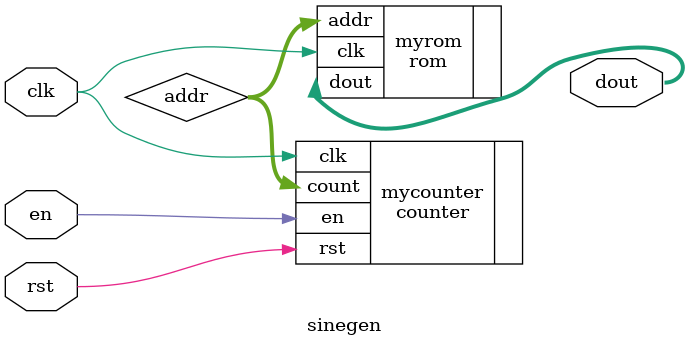
<source format=sv>
module sinegen #(
    parameter ADDRESS_WIDTH = 8,
    DATA_WIDTH = 8
)(
    input logic         clk,
    input logic         rst,
    input logic         en,
   // input logic         [WIDTH-1:0] incr,
    output logic       [DATA_WIDTH-1:0]   dout
   
);
    logic  [ADDRESS_WIDTH-1:0]      addr;    

counter mycounter(
  .clk (clk),
  .rst (rst),
  .en (en),
  .count (addr)
);

rom myrom(
    .clk (clk),
    .addr (addr),
    .dout (dout)
);

endmodule




</source>
